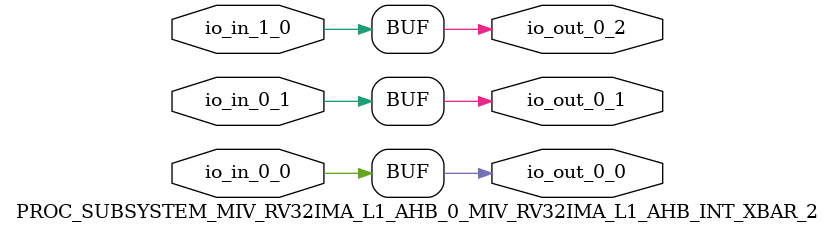
<source format=v>
`define RANDOMIZE
`timescale 1ns/10ps
module PROC_SUBSYSTEM_MIV_RV32IMA_L1_AHB_0_MIV_RV32IMA_L1_AHB_INT_XBAR_2(
  input   io_in_1_0,
  input   io_in_0_0,
  input   io_in_0_1,
  output  io_out_0_0,
  output  io_out_0_1,
  output  io_out_0_2
);
  assign io_out_0_0 = io_in_0_0;
  assign io_out_0_1 = io_in_0_1;
  assign io_out_0_2 = io_in_1_0;
endmodule

</source>
